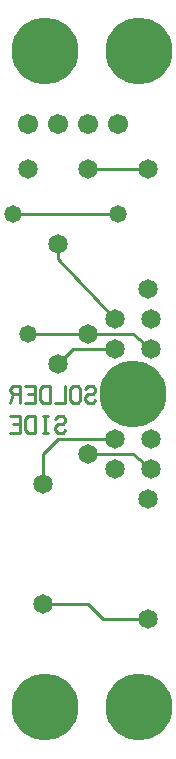
<source format=gbl>
%MOIN*%
%FSLAX25Y25*%
G04 D10 used for Character Trace; *
G04     Circle (OD=.01000) (No hole)*
G04 D11 used for Power Trace; *
G04     Circle (OD=.06700) (No hole)*
G04 D12 used for Signal Trace; *
G04     Circle (OD=.01100) (No hole)*
G04 D13 used for Via; *
G04     Circle (OD=.05800) (Round. Hole ID=.02800)*
G04 D14 used for Component hole; *
G04     Circle (OD=.06500) (Round. Hole ID=.03500)*
G04 D15 used for Component hole; *
G04     Circle (OD=.06700) (Round. Hole ID=.04300)*
G04 D16 used for Component hole; *
G04     Circle (OD=.08100) (Round. Hole ID=.05100)*
G04 D17 used for Component hole; *
G04     Circle (OD=.08900) (Round. Hole ID=.05900)*
G04 D18 used for Component hole; *
G04     Circle (OD=.11300) (Round. Hole ID=.08300)*
G04 D19 used for Component hole; *
G04     Circle (OD=.16000) (Round. Hole ID=.13000)*
G04 D20 used for Component hole; *
G04     Circle (OD=.18300) (Round. Hole ID=.15300)*
G04 D21 used for Component hole; *
G04     Circle (OD=.22291) (Round. Hole ID=.19291)*
%ADD10C,.01000*%
%ADD11C,.06700*%
%ADD12C,.01100*%
%ADD13C,.05800*%
%ADD14C,.06500*%
%ADD15C,.06700*%
%ADD16C,.08100*%
%ADD17C,.08900*%
%ADD18C,.11300*%
%ADD19C,.16000*%
%ADD20C,.18300*%
%ADD21C,.22291*%
%IPPOS*%
%LPD*%
G90*X0Y0D02*D21*X15625Y15625D03*D12*              
X35000Y45000D02*X50000D01*D14*D03*D12*X35000D02*  
X30000Y50000D01*X15000D01*D14*D03*X50000Y85000D03*
D21*X46875Y15625D03*D14*X15000Y90000D03*D12*      
Y100000D01*X20000Y105000D01*X39000D01*D14*D03*D12*
X51000Y95000D02*X45000Y100000D01*D14*             
X51000Y95000D03*D12*X30000Y100000D02*X45000D01*   
D14*X30000D03*X39000Y95000D03*D21*                
X45000Y120000D03*D14*X51000Y105000D03*D10*        
X29163Y121914D02*X30000Y122871D01*X31674D01*      
X32511Y121914D01*Y120957D01*X31674Y120000D01*     
X30000D01*X29163Y119043D01*Y118086D01*            
X30000Y117129D01*X31674D01*X32511Y118086D01*      
X24163D02*X25000Y117129D01*X26674D01*             
X27511Y118086D01*Y121914D01*X26674Y122871D01*     
X25000D01*X24163Y121914D01*Y118086D01*            
X22511Y122871D02*Y117129D01*X19163D01*X17511D02*  
Y122871D01*X15000D01*X14163Y121914D01*Y118086D01* 
X15000Y117129D01*X17511D01*X9163D02*X12511D01*    
Y122871D01*X9163D01*X12511Y120000D02*X10000D01*   
X7511Y117129D02*Y122871D01*X5000D01*              
X4163Y121914D01*Y120957D01*X5000Y120000D01*       
X7511D01*X5000D02*X4163Y117129D01*                
X19163Y111914D02*X20000Y112871D01*X21674D01*      
X22511Y111914D01*Y110957D01*X21674Y110000D01*     
X20000D01*X19163Y109043D01*Y108086D01*            
X20000Y107129D01*X21674D01*X22511Y108086D01*      
X15837Y107129D02*Y112871D01*X16674Y107129D02*     
X15000D01*X16674Y112871D02*X15000D01*             
X12511Y107129D02*Y112871D01*X10000D01*            
X9163Y111914D01*Y108086D01*X10000Y107129D01*      
X12511D01*X4163D02*X7511D01*Y112871D01*X4163D01*  
X7511Y110000D02*X5000D01*D14*X20000Y130000D03*D12*
X25000Y135000D01*X39000D01*D14*D03*D12*X51000D02* 
X45000Y140000D01*D14*X51000Y135000D03*D12*        
X30000Y140000D02*X45000D01*D14*X30000D03*D12*     
X10000D01*D13*D03*D12*X39000Y145000D02*           
X20000Y165000D01*D14*X39000Y145000D03*            
X50000Y155000D03*X51000Y145000D03*D12*            
X20000Y165000D02*Y170000D01*D14*D03*D13*          
X5000Y180000D03*D12*X40000D01*D13*D03*D14*        
X50000Y195000D03*D12*X30000D01*D14*D03*D15*       
X40000Y210000D03*X30000D03*X20000D03*X10000D03*   
D14*Y195000D03*D21*X46875Y234375D03*X15625D03*M02*

</source>
